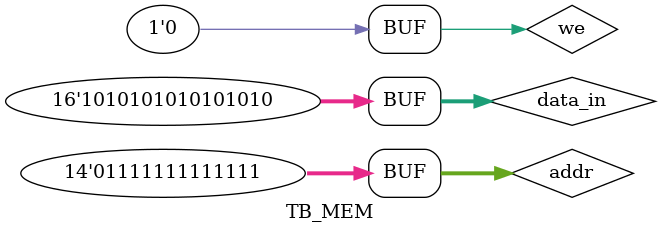
<source format=sv>
`timescale 1ns / 1ps

module TB_MEM;
    reg [13:0] addr;
    reg [15:0] data_in;
    reg we;
    reg [15:0] data_out;

    memory mem (addr, data_in, we, data_out);

    initial begin
        addr <= 14'b0;
        data_in <= 16'b0;
        we <= 1'b0;

        #10 addr <= 14'h0002;
        if (data_out != 16'h0000) begin
            $display("Failed read");
        end

        #10 addr <= 14'h1FFF;
        data_in <= 16'hAAAA;
        we <= 1'b1;

        #5 we <= 1'b0;
        if (data_out != data_in) begin
            $display("Failed write");
        end
    end
endmodule
</source>
